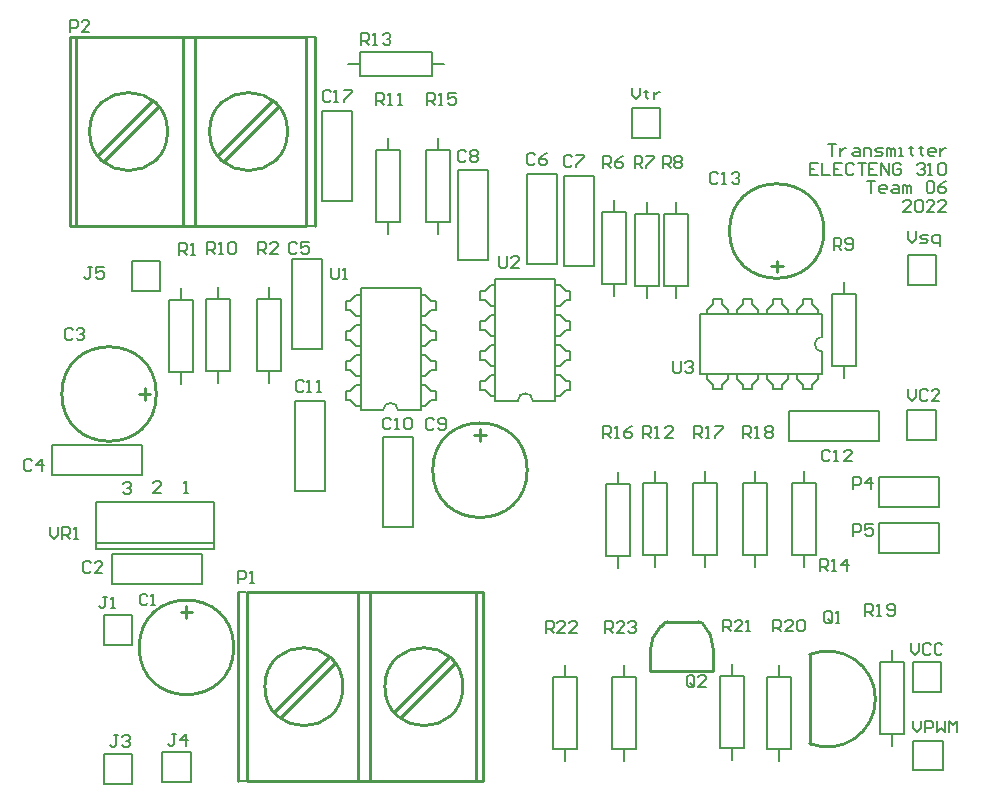
<source format=gto>
G04*
G04 #@! TF.GenerationSoftware,Altium Limited,Altium Designer,22.3.1 (43)*
G04*
G04 Layer_Color=65535*
%FSLAX25Y25*%
%MOIN*%
G70*
G04*
G04 #@! TF.SameCoordinates,DB5E6BC5-2FB0-485C-ACA0-6941E67FB07D*
G04*
G04*
G04 #@! TF.FilePolarity,Positive*
G04*
G01*
G75*
%ADD10C,0.01000*%
%ADD11C,0.00800*%
%ADD12C,0.00787*%
%ADD13C,0.00500*%
%ADD14C,0.00591*%
D10*
X274803Y254331D02*
G03*
X274803Y254331I-15748J0D01*
G01*
X175886Y174606D02*
G03*
X175886Y174606I-15748J0D01*
G01*
X270035Y83478D02*
G03*
X270039Y113211I5917J14866D01*
G01*
X52264Y200000D02*
G03*
X52264Y200000I-15748J0D01*
G01*
X78051Y115551D02*
G03*
X78051Y115551I-15748J0D01*
G01*
X220398Y122610D02*
G03*
X216862Y114075I8535J-8535D01*
G01*
X222569Y124075D02*
G03*
X221362Y123575I0J-1707D01*
G01*
X234327Y123610D02*
G03*
X233205Y124075I-1121J-1121D01*
G01*
X237862Y115075D02*
G03*
X234327Y123610I-12071J0D01*
G01*
X56000Y287500D02*
G03*
X56000Y287500I-13000J0D01*
G01*
X96000D02*
G03*
X96000Y287500I-13000J0D01*
G01*
X154437Y102457D02*
G03*
X154437Y102457I-13000J0D01*
G01*
X114437D02*
G03*
X114437Y102457I-13000J0D01*
G01*
X259055Y240551D02*
Y244488D01*
X257087Y242520D02*
X261024D01*
X158169Y186417D02*
X162106D01*
X160138Y184449D02*
Y188386D01*
X270035Y83478D02*
X270039Y113211D01*
X46358Y200000D02*
X50295D01*
X48327Y198031D02*
Y201969D01*
X62303Y125394D02*
Y129331D01*
X60335Y127362D02*
X64272D01*
X216862Y107575D02*
Y114075D01*
X220398Y122610D02*
X221362Y123575D01*
X222569Y124075D02*
X233205D01*
X237862Y107575D02*
Y115075D01*
X216862Y107575D02*
X237862D01*
X43000Y290000D02*
X51000Y298000D01*
X32500Y279500D02*
X43000Y290000D01*
Y286000D02*
X53000Y296000D01*
X34500Y277500D02*
X43000Y286000D01*
X83000Y290000D02*
X91000Y298000D01*
X72500Y279500D02*
X83000Y290000D01*
Y286000D02*
X93000Y296000D01*
X74500Y277500D02*
X83000Y286000D01*
X23400Y256100D02*
X102100D01*
X23400Y319100D02*
X102100D01*
X105000Y256000D02*
Y319000D01*
X23400Y256100D02*
Y319100D01*
X102100Y256100D02*
Y319100D01*
X61000Y256000D02*
Y319000D01*
X65000Y256000D02*
Y319000D01*
X25500Y256000D02*
Y319000D01*
X133437Y91957D02*
X141437Y99957D01*
X151937Y110457D01*
X131437Y93957D02*
X141437Y103957D01*
X149937Y112457D01*
X93437Y91957D02*
X101437Y99957D01*
X111937Y110457D01*
X91437Y93957D02*
X101437Y103957D01*
X109937Y112457D01*
X82337Y133857D02*
X161037D01*
X82337Y70857D02*
X161037D01*
X79437Y70957D02*
Y133957D01*
X161037Y70857D02*
Y133857D01*
X82337Y70857D02*
Y133857D01*
X123437Y70957D02*
Y133957D01*
X119437Y70957D02*
Y133957D01*
X158937Y70957D02*
Y133957D01*
D11*
X177736Y197736D02*
G03*
X172736Y197736I-2500J0D01*
G01*
X274252Y219094D02*
G03*
X274252Y214094I0J-2500D01*
G01*
X132854Y194547D02*
G03*
X127854Y194547I-2500J0D01*
G01*
X177736Y197736D02*
X185236D01*
X165236D02*
X172736D01*
X274252Y206594D02*
Y214094D01*
Y219094D02*
Y226594D01*
X120354Y194547D02*
X127854D01*
X132854D02*
X140354D01*
D12*
X264307Y170465D02*
X272307D01*
Y146465D02*
Y170465D01*
X264307Y146465D02*
X272307D01*
X264307D02*
Y170465D01*
X268307D02*
Y174465D01*
Y142465D02*
Y146465D01*
X293032Y162323D02*
Y172323D01*
X313032D01*
Y162323D02*
Y172323D01*
X293032Y162323D02*
X313032D01*
X293268Y156968D02*
X313268D01*
X293268Y146968D02*
Y156968D01*
Y146968D02*
X313268D01*
Y156968D01*
X210718Y285227D02*
Y295227D01*
X220167D01*
X210718Y285227D02*
X220167D01*
Y295227D01*
X312183Y236223D02*
Y246223D01*
X302734Y236223D02*
X312183D01*
X302734Y246223D02*
X312183D01*
X302734Y236223D02*
Y246223D01*
X304400Y84206D02*
X314400D01*
Y74757D02*
Y84206D01*
X304400Y74757D02*
Y84206D01*
Y74757D02*
X314400D01*
X312021Y184731D02*
Y194731D01*
X302572Y184731D02*
X312021D01*
X302572Y194731D02*
X312021D01*
X302572Y184731D02*
Y194731D01*
X262992Y194272D02*
X292992D01*
X262992Y184272D02*
Y194272D01*
Y184272D02*
X292992D01*
Y194272D01*
X144087Y305941D02*
Y313941D01*
X120087Y305941D02*
X144087D01*
X120087D02*
Y313941D01*
X144087D01*
Y309941D02*
X148087D01*
X116087D02*
X120087D01*
X68736Y207784D02*
X76736D01*
X68736D02*
Y231784D01*
X76736D01*
Y207784D02*
Y231784D01*
X72736Y203783D02*
Y207784D01*
Y231784D02*
Y235784D01*
X221590Y236130D02*
X229591D01*
X221590D02*
Y260130D01*
X229591D01*
Y236130D02*
Y260130D01*
X225590Y232130D02*
Y236130D01*
Y260130D02*
Y264130D01*
X165315Y238445D02*
X185236D01*
X165236Y197736D02*
Y238366D01*
X185236Y197736D02*
Y238445D01*
X152677Y244508D02*
X162677D01*
X152677D02*
Y274508D01*
X162677D01*
Y244508D02*
Y274508D01*
X34803Y116437D02*
Y126437D01*
X44252D01*
X34803Y116437D02*
X44252D01*
Y126437D01*
X108543Y167835D02*
Y197835D01*
X98543D02*
X108543D01*
X98543Y167835D02*
Y197835D01*
Y167835D02*
X108543D01*
X233543Y226594D02*
X274252D01*
X233622Y206594D02*
X274252D01*
X233543Y206673D02*
Y226594D01*
X60433Y203390D02*
Y207390D01*
Y231390D02*
Y235390D01*
X56433Y207390D02*
Y231390D01*
Y207390D02*
X64433D01*
Y231390D01*
X56433D02*
X64433D01*
X53445Y234390D02*
Y244390D01*
X43996Y234390D02*
X53445D01*
X43996Y244390D02*
X53445D01*
X43996Y234390D02*
Y244390D01*
X37520Y136831D02*
X67520D01*
Y146831D01*
X37520D02*
X67520D01*
X37520Y136831D02*
Y146831D01*
X215846Y232130D02*
Y236130D01*
Y260130D02*
Y264130D01*
X211846Y236130D02*
Y260130D01*
Y236130D02*
X219847D01*
Y260130D01*
X211846D02*
X219847D01*
X313779Y100630D02*
Y110630D01*
X304331Y100630D02*
X313779D01*
X304331Y110630D02*
X313779D01*
X304331Y100630D02*
Y110630D01*
X259736Y77803D02*
Y81803D01*
Y105803D02*
Y109803D01*
X255736Y81803D02*
Y105803D01*
Y81803D02*
X263736D01*
Y105803D01*
X255736D02*
X263736D01*
X243996Y77898D02*
Y81898D01*
Y105898D02*
Y109898D01*
X239996Y81898D02*
Y105898D01*
Y81898D02*
X247996D01*
Y105898D01*
X239996D02*
X247996D01*
X208295Y77803D02*
Y81803D01*
Y105803D02*
Y109803D01*
X204295Y81803D02*
Y105803D01*
Y81803D02*
X212295D01*
Y105803D01*
X204295D02*
X212295D01*
X188583Y77701D02*
Y81701D01*
Y105701D02*
Y109701D01*
X184583Y81701D02*
Y105701D01*
Y81701D02*
X192583D01*
Y105701D01*
X184583D02*
X192583D01*
X218406Y142366D02*
Y146366D01*
Y170366D02*
Y174366D01*
X214405Y146366D02*
Y170366D01*
Y146366D02*
X222406D01*
Y170366D01*
X214405D02*
X222406D01*
X206004Y170169D02*
Y174169D01*
Y142169D02*
Y146169D01*
X210004D02*
Y170169D01*
X202004D02*
X210004D01*
X202004Y146169D02*
Y170169D01*
Y146169D02*
X210004D01*
X63681Y70709D02*
Y80709D01*
X54232Y70709D02*
X63681D01*
X54232Y80709D02*
X63681D01*
X54232Y70709D02*
Y80709D01*
X44193Y70118D02*
Y80118D01*
X34744Y70118D02*
X44193D01*
X34744Y80118D02*
X44193D01*
X34744Y70118D02*
Y80118D01*
X297342Y82819D02*
Y86819D01*
Y110819D02*
Y114819D01*
X293342Y86819D02*
Y110819D01*
Y86819D02*
X301343D01*
Y110819D01*
X293342D02*
X301343D01*
X107559Y214862D02*
Y244862D01*
X97559D02*
X107559D01*
X97559Y214862D02*
Y244862D01*
Y214862D02*
X107559D01*
X102200Y319000D02*
X105000D01*
X102200Y256000D02*
X105000D01*
X281496Y205457D02*
Y209457D01*
Y233457D02*
Y237457D01*
X277496Y209457D02*
Y233457D01*
Y209457D02*
X285496D01*
Y233457D01*
X277496D02*
X285496D01*
X137874Y155532D02*
Y185531D01*
X127874D02*
X137874D01*
X127874Y155532D02*
Y185531D01*
Y155532D02*
X137874D01*
X140354Y194547D02*
Y235256D01*
X120354Y194547D02*
Y235177D01*
X120433Y235256D02*
X140354D01*
X129429Y281488D02*
Y285488D01*
Y253488D02*
Y257488D01*
X133429D02*
Y281488D01*
X125429D02*
X133429D01*
X125429Y257488D02*
Y281488D01*
Y257488D02*
X133429D01*
X40905Y163976D02*
X71614D01*
Y149606D02*
Y163976D01*
X32244D02*
X67677D01*
X32244Y148228D02*
Y163976D01*
Y148228D02*
X71614D01*
Y163976D01*
X32244Y150197D02*
X71417D01*
X17343Y173051D02*
X47343D01*
Y183051D01*
X17343D02*
X47343D01*
X17343Y173051D02*
Y183051D01*
X198110Y242736D02*
Y272736D01*
X188110D02*
X198110D01*
X188110Y242736D02*
Y272736D01*
Y242736D02*
X198110D01*
X204921Y260524D02*
Y264524D01*
Y232524D02*
Y236524D01*
X208921D02*
Y260524D01*
X200921D02*
X208921D01*
X200921Y236524D02*
Y260524D01*
Y236524D02*
X208921D01*
X185709Y243425D02*
Y273425D01*
X175709D02*
X185709D01*
X175709Y243425D02*
Y273425D01*
Y243425D02*
X185709D01*
X79437Y70957D02*
X82237D01*
X79437Y133957D02*
X82237D01*
X89862Y231685D02*
Y235685D01*
Y203685D02*
Y207685D01*
X93862D02*
Y231685D01*
X85862D02*
X93862D01*
X85862Y207685D02*
Y231685D01*
Y207685D02*
X93862D01*
X235236Y142268D02*
Y146268D01*
Y170268D02*
Y174268D01*
X231236Y146268D02*
Y170268D01*
Y146268D02*
X239236D01*
Y170268D01*
X231236D02*
X239236D01*
X251673Y142366D02*
Y146366D01*
Y170366D02*
Y174366D01*
X247673Y146366D02*
Y170366D01*
Y146366D02*
X255673D01*
Y170366D01*
X247673D02*
X255673D01*
X107500Y264500D02*
Y294500D01*
Y264500D02*
X117500D01*
Y294500D01*
X107500D02*
X117500D01*
X146161Y281488D02*
Y285488D01*
Y253488D02*
Y257488D01*
X150161D02*
Y281488D01*
X142161D02*
X150161D01*
X142161Y257488D02*
Y281488D01*
Y257488D02*
X150161D01*
D13*
X188736Y204236D02*
X190236D01*
X185236Y206236D02*
X186736D01*
X188736Y201236D02*
X190236D01*
X185236Y199236D02*
X186736D01*
X188736Y214236D02*
X190236D01*
X185236Y216236D02*
X186736D01*
X188736Y211236D02*
X190236D01*
X185236Y209236D02*
X186736D01*
X188736Y224236D02*
X190236D01*
X185236Y226236D02*
X186736D01*
X188736Y221236D02*
X190236D01*
X185236Y219236D02*
X186736D01*
X188736Y234236D02*
X190236D01*
X185236Y236236D02*
X186736D01*
X188736Y231236D02*
X190236D01*
X185236Y229236D02*
X186736D01*
X160236Y204236D02*
X161736D01*
X163736Y206236D02*
X165236D01*
X160236Y201236D02*
X161736D01*
X163736Y199236D02*
X165236D01*
X160236Y214236D02*
X161736D01*
X163736Y216236D02*
X165236D01*
X160236Y211236D02*
X161736D01*
X163736Y209236D02*
X165236D01*
X160236Y224236D02*
X161736D01*
X163736Y226236D02*
X165236D01*
X160236Y221236D02*
X161736D01*
X163736Y219236D02*
X165236D01*
X160236Y234236D02*
X161736D01*
X163736Y236236D02*
X165236D01*
X160236Y231236D02*
X161736D01*
X163736Y229236D02*
X165236D01*
X190236Y201236D02*
Y204236D01*
Y211236D02*
Y214236D01*
Y221236D02*
Y224236D01*
Y231236D02*
Y234236D01*
X160236Y201236D02*
Y204236D01*
Y211236D02*
Y214236D01*
Y221236D02*
Y224236D01*
Y231236D02*
Y234236D01*
X186736Y199236D02*
X188736Y201236D01*
X186736Y209236D02*
X188736Y211236D01*
X186736Y219236D02*
X188736Y221236D01*
X186736Y229236D02*
X188736Y231236D01*
X161736Y204236D02*
X163736Y206236D01*
X161736Y214236D02*
X163736Y216236D01*
X161736Y224236D02*
X163736Y226236D01*
X161736Y234236D02*
X163736Y236236D01*
X186736Y206236D02*
X188736Y204236D01*
X186736Y216236D02*
X188736Y214236D01*
X186736Y226236D02*
X188736Y224236D01*
X186736Y236236D02*
X188736Y234236D01*
X161736Y201236D02*
X163736Y199236D01*
X161736Y211236D02*
X163736Y209236D01*
X161736Y221236D02*
X163736Y219236D01*
X161736Y231236D02*
X163736Y229236D01*
X240752Y203095D02*
X242752Y205095D01*
X250752Y203095D02*
X252752Y205095D01*
X260752Y203095D02*
X262752Y205095D01*
X270752Y203095D02*
X272752Y205095D01*
X235752Y228095D02*
X237752Y230095D01*
X245752Y228095D02*
X247752Y230095D01*
X255752Y228095D02*
X257752Y230095D01*
X265752Y228095D02*
X267752Y230095D01*
X235752Y205095D02*
X237752Y203095D01*
X245752Y205095D02*
X247752Y203095D01*
X255752Y205095D02*
X257752Y203095D01*
X265752Y205095D02*
X267752Y203095D01*
X240752Y230095D02*
X242752Y228095D01*
X250752Y230095D02*
X252752Y228095D01*
X260752Y230095D02*
X262752Y228095D01*
X270752Y230095D02*
X272752Y228095D01*
X237752Y201594D02*
X240752D01*
X247752D02*
X250752D01*
X257752D02*
X260752D01*
X267752D02*
X270752D01*
X237752Y231594D02*
X240752D01*
X247752D02*
X250752D01*
X257752D02*
X260752D01*
X267752D02*
X270752D01*
X242752Y205095D02*
Y206594D01*
X240752Y201594D02*
Y203095D01*
X235752Y205095D02*
Y206594D01*
X237752Y201594D02*
Y203095D01*
X252752Y205095D02*
Y206594D01*
X250752Y201594D02*
Y203095D01*
X245752Y205095D02*
Y206594D01*
X247752Y201594D02*
Y203095D01*
X262752Y205095D02*
Y206594D01*
X260752Y201594D02*
Y203095D01*
X255752Y205095D02*
Y206594D01*
X257752Y201594D02*
Y203095D01*
X272752Y205095D02*
Y206594D01*
X270752Y201594D02*
Y203095D01*
X265752Y205095D02*
Y206594D01*
X267752Y201594D02*
Y203095D01*
X242752Y226594D02*
Y228095D01*
X240752Y230095D02*
Y231594D01*
X235752Y226594D02*
Y228095D01*
X237752Y230095D02*
Y231594D01*
X252752Y226594D02*
Y228095D01*
X250752Y230095D02*
Y231594D01*
X245752Y226594D02*
Y228095D01*
X247752Y230095D02*
Y231594D01*
X262752Y226594D02*
Y228095D01*
X260752Y230095D02*
Y231594D01*
X255752Y226594D02*
Y228095D01*
X257752Y230095D02*
Y231594D01*
X272752Y226594D02*
Y228095D01*
X270752Y230095D02*
Y231594D01*
X265752Y226594D02*
Y228095D01*
X267752Y230095D02*
Y231594D01*
X116854Y228047D02*
X118854Y226047D01*
X116854Y218047D02*
X118854Y216047D01*
X116854Y208047D02*
X118854Y206047D01*
X116854Y198047D02*
X118854Y196047D01*
X141854Y233047D02*
X143854Y231047D01*
X141854Y223047D02*
X143854Y221047D01*
X141854Y213047D02*
X143854Y211047D01*
X141854Y203047D02*
X143854Y201047D01*
X116854Y231047D02*
X118854Y233047D01*
X116854Y221047D02*
X118854Y223047D01*
X116854Y211047D02*
X118854Y213047D01*
X116854Y201047D02*
X118854Y203047D01*
X141854Y226047D02*
X143854Y228047D01*
X141854Y216047D02*
X143854Y218047D01*
X141854Y206047D02*
X143854Y208047D01*
X141854Y196047D02*
X143854Y198047D01*
X115354Y228047D02*
Y231047D01*
Y218047D02*
Y221047D01*
Y208047D02*
Y211047D01*
Y198047D02*
Y201047D01*
X145354Y228047D02*
Y231047D01*
Y218047D02*
Y221047D01*
Y208047D02*
Y211047D01*
Y198047D02*
Y201047D01*
X118854Y226047D02*
X120354D01*
X115354Y228047D02*
X116854D01*
X118854Y233047D02*
X120354D01*
X115354Y231047D02*
X116854D01*
X118854Y216047D02*
X120354D01*
X115354Y218047D02*
X116854D01*
X118854Y223047D02*
X120354D01*
X115354Y221047D02*
X116854D01*
X118854Y206047D02*
X120354D01*
X115354Y208047D02*
X116854D01*
X118854Y213047D02*
X120354D01*
X115354Y211047D02*
X116854D01*
X118854Y196047D02*
X120354D01*
X115354Y198047D02*
X116854D01*
X118854Y203047D02*
X120354D01*
X115354Y201047D02*
X116854D01*
X140354Y226047D02*
X141854D01*
X143854Y228047D02*
X145354D01*
X140354Y233047D02*
X141854D01*
X143854Y231047D02*
X145354D01*
X140354Y216047D02*
X141854D01*
X143854Y218047D02*
X145354D01*
X140354Y223047D02*
X141854D01*
X143854Y221047D02*
X145354D01*
X140354Y206047D02*
X141854D01*
X143854Y208047D02*
X145354D01*
X140354Y213047D02*
X141854D01*
X143854Y211047D02*
X145354D01*
X140354Y196047D02*
X141854D01*
X143854Y198047D02*
X145354D01*
X140354Y203047D02*
X141854D01*
X143854Y201047D02*
X145354D01*
D14*
X276194Y283183D02*
X278818D01*
X277506D01*
Y279247D01*
X280130Y281871D02*
Y279247D01*
Y280559D01*
X280785Y281215D01*
X281441Y281871D01*
X282097D01*
X284721D02*
X286033D01*
X286689Y281215D01*
Y279247D01*
X284721D01*
X284065Y279903D01*
X284721Y280559D01*
X286689D01*
X288001Y279247D02*
Y281871D01*
X289969D01*
X290625Y281215D01*
Y279247D01*
X291937D02*
X293905D01*
X294561Y279903D01*
X293905Y280559D01*
X292593D01*
X291937Y281215D01*
X292593Y281871D01*
X294561D01*
X295872Y279247D02*
Y281871D01*
X296529D01*
X297184Y281215D01*
Y279247D01*
Y281215D01*
X297840Y281871D01*
X298496Y281215D01*
Y279247D01*
X299808D02*
X301120D01*
X300464D01*
Y281871D01*
X299808D01*
X303744Y282527D02*
Y281871D01*
X303088D01*
X304400D01*
X303744D01*
Y279903D01*
X304400Y279247D01*
X307024Y282527D02*
Y281871D01*
X306368D01*
X307680D01*
X307024D01*
Y279903D01*
X307680Y279247D01*
X311615D02*
X310303D01*
X309648Y279903D01*
Y281215D01*
X310303Y281871D01*
X311615D01*
X312271Y281215D01*
Y280559D01*
X309648D01*
X313583Y281871D02*
Y279247D01*
Y280559D01*
X314239Y281215D01*
X314895Y281871D01*
X315551D01*
X272914Y277043D02*
X270290D01*
Y273107D01*
X272914D01*
X270290Y275075D02*
X271602D01*
X274226Y277043D02*
Y273107D01*
X276850D01*
X280785Y277043D02*
X278162D01*
Y273107D01*
X280785D01*
X278162Y275075D02*
X279474D01*
X284721Y276387D02*
X284065Y277043D01*
X282753D01*
X282097Y276387D01*
Y273763D01*
X282753Y273107D01*
X284065D01*
X284721Y273763D01*
X286033Y277043D02*
X288657D01*
X287345D01*
Y273107D01*
X292593Y277043D02*
X289969D01*
Y273107D01*
X292593D01*
X289969Y275075D02*
X291281D01*
X293905Y273107D02*
Y277043D01*
X296529Y273107D01*
Y277043D01*
X300464Y276387D02*
X299808Y277043D01*
X298496D01*
X297840Y276387D01*
Y273763D01*
X298496Y273107D01*
X299808D01*
X300464Y273763D01*
Y275075D01*
X299152D01*
X305712Y276387D02*
X306368Y277043D01*
X307680D01*
X308336Y276387D01*
Y275731D01*
X307680Y275075D01*
X307024D01*
X307680D01*
X308336Y274419D01*
Y273763D01*
X307680Y273107D01*
X306368D01*
X305712Y273763D01*
X309648Y273107D02*
X310960D01*
X310303D01*
Y277043D01*
X309648Y276387D01*
X312927D02*
X313583Y277043D01*
X314895D01*
X315551Y276387D01*
Y273763D01*
X314895Y273107D01*
X313583D01*
X312927Y273763D01*
Y276387D01*
X289313Y270903D02*
X291937D01*
X290625D01*
Y266967D01*
X295216D02*
X293905D01*
X293249Y267623D01*
Y268935D01*
X293905Y269591D01*
X295216D01*
X295872Y268935D01*
Y268279D01*
X293249D01*
X297840Y269591D02*
X299152D01*
X299808Y268935D01*
Y266967D01*
X297840D01*
X297184Y267623D01*
X297840Y268279D01*
X299808D01*
X301120Y266967D02*
Y269591D01*
X301776D01*
X302432Y268935D01*
Y266967D01*
Y268935D01*
X303088Y269591D01*
X303744Y268935D01*
Y266967D01*
X308992Y270247D02*
X309648Y270903D01*
X310960D01*
X311615Y270247D01*
Y267623D01*
X310960Y266967D01*
X309648D01*
X308992Y267623D01*
Y270247D01*
X315551Y270903D02*
X314239Y270247D01*
X312927Y268935D01*
Y267623D01*
X313583Y266967D01*
X314895D01*
X315551Y267623D01*
Y268279D01*
X314895Y268935D01*
X312927D01*
X303744Y260827D02*
X301120D01*
X303744Y263451D01*
Y264106D01*
X303088Y264762D01*
X301776D01*
X301120Y264106D01*
X305056D02*
X305712Y264762D01*
X307024D01*
X307680Y264106D01*
Y261483D01*
X307024Y260827D01*
X305712D01*
X305056Y261483D01*
Y264106D01*
X311615Y260827D02*
X308992D01*
X311615Y263451D01*
Y264106D01*
X310960Y264762D01*
X309648D01*
X308992Y264106D01*
X315551Y260827D02*
X312927D01*
X315551Y263451D01*
Y264106D01*
X314895Y264762D01*
X313583D01*
X312927Y264106D01*
X273427Y140945D02*
Y144881D01*
X275395D01*
X276051Y144225D01*
Y142913D01*
X275395Y142257D01*
X273427D01*
X274739D02*
X276051Y140945D01*
X277362D02*
X278674D01*
X278018D01*
Y144881D01*
X277362Y144225D01*
X282610Y140945D02*
Y144881D01*
X280642Y142913D01*
X283266D01*
X284516Y168505D02*
Y172440D01*
X286483D01*
X287139Y171784D01*
Y170472D01*
X286483Y169817D01*
X284516D01*
X290419Y168505D02*
Y172440D01*
X288451Y170472D01*
X291075D01*
X284516Y152757D02*
Y156692D01*
X286483D01*
X287139Y156036D01*
Y154724D01*
X286483Y154069D01*
X284516D01*
X291075Y156692D02*
X288451D01*
Y154724D01*
X289763Y155380D01*
X290419D01*
X291075Y154724D01*
Y153412D01*
X290419Y152757D01*
X289107D01*
X288451Y153412D01*
X210900Y302136D02*
Y299512D01*
X212212Y298200D01*
X213524Y299512D01*
Y302136D01*
X215492Y301480D02*
Y300824D01*
X214836D01*
X216148D01*
X215492D01*
Y298856D01*
X216148Y298200D01*
X218115Y300824D02*
Y298200D01*
Y299512D01*
X218772Y300168D01*
X219427Y300824D01*
X220083D01*
X302900Y254436D02*
Y251812D01*
X304212Y250500D01*
X305524Y251812D01*
Y254436D01*
X306836Y250500D02*
X308804D01*
X309460Y251156D01*
X308804Y251812D01*
X307492D01*
X306836Y252468D01*
X307492Y253124D01*
X309460D01*
X313395Y249188D02*
Y253124D01*
X311427D01*
X310771Y252468D01*
Y251156D01*
X311427Y250500D01*
X313395D01*
X304600Y91136D02*
Y88512D01*
X305912Y87200D01*
X307224Y88512D01*
Y91136D01*
X308536Y87200D02*
Y91136D01*
X310504D01*
X311160Y90480D01*
Y89168D01*
X310504Y88512D01*
X308536D01*
X312472Y91136D02*
Y87200D01*
X313783Y88512D01*
X315095Y87200D01*
Y91136D01*
X316407Y87200D02*
Y91136D01*
X317719Y89824D01*
X319031Y91136D01*
Y87200D01*
X302800Y201636D02*
Y199012D01*
X304112Y197700D01*
X305424Y199012D01*
Y201636D01*
X309360Y200980D02*
X308704Y201636D01*
X307392D01*
X306736Y200980D01*
Y198356D01*
X307392Y197700D01*
X308704D01*
X309360Y198356D01*
X313295Y197700D02*
X310671D01*
X313295Y200324D01*
Y200980D01*
X312639Y201636D01*
X311327D01*
X310671Y200980D01*
X239436Y273359D02*
X238780Y274015D01*
X237469D01*
X236813Y273359D01*
Y270735D01*
X237469Y270079D01*
X238780D01*
X239436Y270735D01*
X240748Y270079D02*
X242060D01*
X241404D01*
Y274015D01*
X240748Y273359D01*
X244028D02*
X244684Y274015D01*
X245996D01*
X246652Y273359D01*
Y272703D01*
X245996Y272047D01*
X245340D01*
X245996D01*
X246652Y271391D01*
Y270735D01*
X245996Y270079D01*
X244684D01*
X244028Y270735D01*
X276838Y180840D02*
X276182Y181495D01*
X274870D01*
X274214Y180840D01*
Y178216D01*
X274870Y177560D01*
X276182D01*
X276838Y178216D01*
X278150Y177560D02*
X279462D01*
X278806D01*
Y181495D01*
X278150Y180840D01*
X284053Y177560D02*
X281430D01*
X284053Y180183D01*
Y180840D01*
X283398Y181495D01*
X282086D01*
X281430Y180840D01*
X224574Y210925D02*
Y207645D01*
X225231Y206989D01*
X226542D01*
X227198Y207645D01*
Y210925D01*
X228510Y210269D02*
X229166Y210925D01*
X230478D01*
X231134Y210269D01*
Y209613D01*
X230478Y208957D01*
X229822D01*
X230478D01*
X231134Y208301D01*
Y207645D01*
X230478Y206989D01*
X229166D01*
X228510Y207645D01*
X278019Y248131D02*
Y252066D01*
X279987D01*
X280643Y251410D01*
Y250098D01*
X279987Y249443D01*
X278019D01*
X279331D02*
X280643Y248131D01*
X281955Y248786D02*
X282611Y248131D01*
X283923D01*
X284579Y248786D01*
Y251410D01*
X283923Y252066D01*
X282611D01*
X281955Y251410D01*
Y250754D01*
X282611Y250098D01*
X284579D01*
X120474Y316241D02*
Y320177D01*
X122442D01*
X123098Y319521D01*
Y318209D01*
X122442Y317553D01*
X120474D01*
X121786D02*
X123098Y316241D01*
X124410D02*
X125722D01*
X125066D01*
Y320177D01*
X124410Y319521D01*
X127690D02*
X128346Y320177D01*
X129657D01*
X130313Y319521D01*
Y318865D01*
X129657Y318209D01*
X129001D01*
X129657D01*
X130313Y317553D01*
Y316897D01*
X129657Y316241D01*
X128346D01*
X127690Y316897D01*
X23393Y320768D02*
Y324704D01*
X25361D01*
X26017Y324048D01*
Y322736D01*
X25361Y322080D01*
X23393D01*
X29953Y320768D02*
X27329D01*
X29953Y323392D01*
Y324048D01*
X29297Y324704D01*
X27985D01*
X27329Y324048D01*
X99147Y250032D02*
X98491Y250688D01*
X97179D01*
X96523Y250032D01*
Y247409D01*
X97179Y246753D01*
X98491D01*
X99147Y247409D01*
X103083Y250688D02*
X100459D01*
Y248721D01*
X101771Y249376D01*
X102427D01*
X103083Y248721D01*
Y247409D01*
X102427Y246753D01*
X101115D01*
X100459Y247409D01*
X69096Y246753D02*
Y250688D01*
X71064D01*
X71720Y250032D01*
Y248721D01*
X71064Y248064D01*
X69096D01*
X70408D02*
X71720Y246753D01*
X73032D02*
X74344D01*
X73688D01*
Y250688D01*
X73032Y250032D01*
X76312D02*
X76968Y250688D01*
X78280D01*
X78935Y250032D01*
Y247409D01*
X78280Y246753D01*
X76968D01*
X76312Y247409D01*
Y250032D01*
X59876Y246457D02*
Y250393D01*
X61844D01*
X62500Y249737D01*
Y248425D01*
X61844Y247769D01*
X59876D01*
X61188D02*
X62500Y246457D01*
X63812D02*
X65124D01*
X64468D01*
Y250393D01*
X63812Y249737D01*
X10860Y177591D02*
X10204Y178247D01*
X8892D01*
X8236Y177591D01*
Y174968D01*
X8892Y174312D01*
X10204D01*
X10860Y174968D01*
X14140Y174312D02*
Y178247D01*
X12172Y176279D01*
X14796D01*
X24344Y221391D02*
X23688Y222047D01*
X22376D01*
X21720Y221391D01*
Y218767D01*
X22376Y218111D01*
X23688D01*
X24344Y218767D01*
X25656Y221391D02*
X26312Y222047D01*
X27624D01*
X28280Y221391D01*
Y220735D01*
X27624Y220079D01*
X26968D01*
X27624D01*
X28280Y219423D01*
Y218767D01*
X27624Y218111D01*
X26312D01*
X25656Y218767D01*
X58891Y86712D02*
X57579D01*
X58235D01*
Y83432D01*
X57579Y82776D01*
X56923D01*
X56267Y83432D01*
X62171Y82776D02*
Y86712D01*
X60203Y84744D01*
X62827D01*
X39502Y86417D02*
X38190D01*
X38846D01*
Y83137D01*
X38190Y82481D01*
X37534D01*
X36878Y83137D01*
X40813Y85761D02*
X41469Y86417D01*
X42781D01*
X43437Y85761D01*
Y85105D01*
X42781Y84449D01*
X42125D01*
X42781D01*
X43437Y83793D01*
Y83137D01*
X42781Y82481D01*
X41469D01*
X40813Y83137D01*
X35728Y132480D02*
X34416D01*
X35072D01*
Y129200D01*
X34416Y128544D01*
X33760D01*
X33105Y129200D01*
X37040Y128544D02*
X38352D01*
X37696D01*
Y132480D01*
X37040Y131824D01*
X221031Y275394D02*
Y279330D01*
X222999D01*
X223655Y278674D01*
Y277362D01*
X222999Y276706D01*
X221031D01*
X222343D02*
X223655Y275394D01*
X224967Y278674D02*
X225623Y279330D01*
X226935D01*
X227591Y278674D01*
Y278018D01*
X226935Y277362D01*
X227591Y276706D01*
Y276050D01*
X226935Y275394D01*
X225623D01*
X224967Y276050D01*
Y276706D01*
X225623Y277362D01*
X224967Y278018D01*
Y278674D01*
X225623Y277362D02*
X226935D01*
X61614Y167028D02*
X62926D01*
X62270D01*
Y170963D01*
X61614Y170307D01*
X53903Y167126D02*
X51279D01*
X53903Y169750D01*
Y170406D01*
X53247Y171062D01*
X51935D01*
X51279Y170406D01*
X41043Y170110D02*
X41699Y170766D01*
X43011D01*
X43667Y170110D01*
Y169455D01*
X43011Y168799D01*
X42355D01*
X43011D01*
X43667Y168143D01*
Y167487D01*
X43011Y166831D01*
X41699D01*
X41043Y167487D01*
X101324Y204080D02*
X100668Y204736D01*
X99356D01*
X98700Y204080D01*
Y201456D01*
X99356Y200800D01*
X100668D01*
X101324Y201456D01*
X102636Y200800D02*
X103948D01*
X103292D01*
Y204736D01*
X102636Y204080D01*
X105915Y200800D02*
X107227D01*
X106571D01*
Y204736D01*
X105915Y204080D01*
X231627Y102920D02*
Y105544D01*
X230972Y106200D01*
X229660D01*
X229004Y105544D01*
Y102920D01*
X229660Y102264D01*
X230972D01*
X230316Y103576D02*
X231627Y102264D01*
X230972D02*
X231627Y102920D01*
X235563Y102264D02*
X232939D01*
X235563Y104888D01*
Y105544D01*
X234907Y106200D01*
X233595D01*
X232939Y105544D01*
X16963Y155708D02*
Y153084D01*
X18275Y151772D01*
X19587Y153084D01*
Y155708D01*
X20899Y151772D02*
Y155708D01*
X22867D01*
X23523Y155052D01*
Y153740D01*
X22867Y153084D01*
X20899D01*
X22211D02*
X23523Y151772D01*
X24835D02*
X26147D01*
X25491D01*
Y155708D01*
X24835Y155052D01*
X166504Y246062D02*
Y242783D01*
X167160Y242127D01*
X168472D01*
X169128Y242783D01*
Y246062D01*
X173063Y242127D02*
X170439D01*
X173063Y244750D01*
Y245406D01*
X172407Y246062D01*
X171095D01*
X170439Y245406D01*
X110500Y242136D02*
Y238856D01*
X111156Y238200D01*
X112468D01*
X113124Y238856D01*
Y242136D01*
X114436Y238200D02*
X115748D01*
X115092D01*
Y242136D01*
X114436Y241480D01*
X201744Y120361D02*
Y124297D01*
X203712D01*
X204368Y123641D01*
Y122329D01*
X203712Y121673D01*
X201744D01*
X203056D02*
X204368Y120361D01*
X208304D02*
X205680D01*
X208304Y122985D01*
Y123641D01*
X207648Y124297D01*
X206336D01*
X205680Y123641D01*
X209616D02*
X210272Y124297D01*
X211584D01*
X212240Y123641D01*
Y122985D01*
X211584Y122329D01*
X210928D01*
X211584D01*
X212240Y121673D01*
Y121017D01*
X211584Y120361D01*
X210272D01*
X209616Y121017D01*
X182044Y120261D02*
Y124197D01*
X184012D01*
X184668Y123541D01*
Y122229D01*
X184012Y121573D01*
X182044D01*
X183356D02*
X184668Y120261D01*
X188604D02*
X185980D01*
X188604Y122885D01*
Y123541D01*
X187948Y124197D01*
X186636D01*
X185980Y123541D01*
X192540Y120261D02*
X189916D01*
X192540Y122885D01*
Y123541D01*
X191884Y124197D01*
X190572D01*
X189916Y123541D01*
X241078Y120867D02*
Y124802D01*
X243045D01*
X243701Y124147D01*
Y122835D01*
X243045Y122179D01*
X241078D01*
X242389D02*
X243701Y120867D01*
X247637D02*
X245013D01*
X247637Y123491D01*
Y124147D01*
X246981Y124802D01*
X245669D01*
X245013Y124147D01*
X248949Y120867D02*
X250261D01*
X249605D01*
Y124802D01*
X248949Y124147D01*
X257869Y120853D02*
Y124789D01*
X259837D01*
X260492Y124133D01*
Y122821D01*
X259837Y122165D01*
X257869D01*
X259181D02*
X260492Y120853D01*
X264428D02*
X261804D01*
X264428Y123477D01*
Y124133D01*
X263772Y124789D01*
X262460D01*
X261804Y124133D01*
X265740D02*
X266396Y124789D01*
X267708D01*
X268364Y124133D01*
Y121509D01*
X267708Y120853D01*
X266396D01*
X265740Y121509D01*
Y124133D01*
X288486Y126083D02*
Y130019D01*
X290454D01*
X291110Y129363D01*
Y128051D01*
X290454Y127395D01*
X288486D01*
X289798D02*
X291110Y126083D01*
X292422D02*
X293734D01*
X293077D01*
Y130019D01*
X292422Y129363D01*
X295701Y126739D02*
X296357Y126083D01*
X297669D01*
X298325Y126739D01*
Y129363D01*
X297669Y130019D01*
X296357D01*
X295701Y129363D01*
Y128707D01*
X296357Y128051D01*
X298325D01*
X247900Y185400D02*
Y189336D01*
X249868D01*
X250524Y188680D01*
Y187368D01*
X249868Y186712D01*
X247900D01*
X249212D02*
X250524Y185400D01*
X251836D02*
X253148D01*
X252492D01*
Y189336D01*
X251836Y188680D01*
X255116D02*
X255771Y189336D01*
X257083D01*
X257739Y188680D01*
Y188024D01*
X257083Y187368D01*
X257739Y186712D01*
Y186056D01*
X257083Y185400D01*
X255771D01*
X255116Y186056D01*
Y186712D01*
X255771Y187368D01*
X255116Y188024D01*
Y188680D01*
X255771Y187368D02*
X257083D01*
X231400Y185300D02*
Y189236D01*
X233368D01*
X234024Y188580D01*
Y187268D01*
X233368Y186612D01*
X231400D01*
X232712D02*
X234024Y185300D01*
X235336D02*
X236648D01*
X235992D01*
Y189236D01*
X235336Y188580D01*
X238615Y189236D02*
X241239D01*
Y188580D01*
X238615Y185956D01*
Y185300D01*
X201084Y185335D02*
Y189271D01*
X203052D01*
X203708Y188615D01*
Y187303D01*
X203052Y186647D01*
X201084D01*
X202396D02*
X203708Y185335D01*
X205020D02*
X206332D01*
X205676D01*
Y189271D01*
X205020Y188615D01*
X210924Y189271D02*
X209612Y188615D01*
X208300Y187303D01*
Y185991D01*
X208956Y185335D01*
X210268D01*
X210924Y185991D01*
Y186647D01*
X210268Y187303D01*
X208300D01*
X142400Y296500D02*
Y300436D01*
X144368D01*
X145024Y299780D01*
Y298468D01*
X144368Y297812D01*
X142400D01*
X143712D02*
X145024Y296500D01*
X146336D02*
X147648D01*
X146992D01*
Y300436D01*
X146336Y299780D01*
X152239Y300436D02*
X149616D01*
Y298468D01*
X150927Y299124D01*
X151583D01*
X152239Y298468D01*
Y297156D01*
X151583Y296500D01*
X150271D01*
X149616Y297156D01*
X214600Y185400D02*
Y189336D01*
X216568D01*
X217224Y188680D01*
Y187368D01*
X216568Y186712D01*
X214600D01*
X215912D02*
X217224Y185400D01*
X218536D02*
X219848D01*
X219192D01*
Y189336D01*
X218536Y188680D01*
X224439Y185400D02*
X221815D01*
X224439Y188024D01*
Y188680D01*
X223783Y189336D01*
X222471D01*
X221815Y188680D01*
X125600Y296500D02*
Y300436D01*
X127568D01*
X128224Y299780D01*
Y298468D01*
X127568Y297812D01*
X125600D01*
X126912D02*
X128224Y296500D01*
X129536D02*
X130848D01*
X130192D01*
Y300436D01*
X129536Y299780D01*
X132816Y296500D02*
X134127D01*
X133472D01*
Y300436D01*
X132816Y299780D01*
X211681Y275485D02*
Y279421D01*
X213649D01*
X214305Y278765D01*
Y277453D01*
X213649Y276797D01*
X211681D01*
X212993D02*
X214305Y275485D01*
X215617Y279421D02*
X218240D01*
Y278765D01*
X215617Y276141D01*
Y275485D01*
X201100Y275500D02*
Y279436D01*
X203068D01*
X203724Y278780D01*
Y277468D01*
X203068Y276812D01*
X201100D01*
X202412D02*
X203724Y275500D01*
X207660Y279436D02*
X206348Y278780D01*
X205036Y277468D01*
Y276156D01*
X205692Y275500D01*
X207004D01*
X207660Y276156D01*
Y276812D01*
X207004Y277468D01*
X205036D01*
X86100Y246700D02*
Y250636D01*
X88068D01*
X88724Y249980D01*
Y248668D01*
X88068Y248012D01*
X86100D01*
X87412D02*
X88724Y246700D01*
X92660D02*
X90036D01*
X92660Y249324D01*
Y249980D01*
X92004Y250636D01*
X90692D01*
X90036Y249980D01*
X277362Y124279D02*
Y126902D01*
X276706Y127558D01*
X275394D01*
X274738Y126902D01*
Y124279D01*
X275394Y123623D01*
X276706D01*
X276050Y124935D02*
X277362Y123623D01*
X276706D02*
X277362Y124279D01*
X278674Y123623D02*
X279986D01*
X279330D01*
Y127558D01*
X278674Y126902D01*
X79500Y137000D02*
Y140936D01*
X81468D01*
X82124Y140280D01*
Y138968D01*
X81468Y138312D01*
X79500D01*
X83436Y137000D02*
X84748D01*
X84092D01*
Y140936D01*
X83436Y140280D01*
X30840Y242224D02*
X29528D01*
X30184D01*
Y238944D01*
X29528Y238288D01*
X28872D01*
X28216Y238944D01*
X34776Y242224D02*
X32152D01*
Y240256D01*
X33464Y240912D01*
X34120D01*
X34776Y240256D01*
Y238944D01*
X34120Y238288D01*
X32808D01*
X32152Y238944D01*
X303807Y116929D02*
Y114305D01*
X305119Y112993D01*
X306431Y114305D01*
Y116929D01*
X310367Y116272D02*
X309711Y116929D01*
X308399D01*
X307743Y116272D01*
Y113649D01*
X308399Y112993D01*
X309711D01*
X310367Y113649D01*
X314303Y116272D02*
X313647Y116929D01*
X312335D01*
X311679Y116272D01*
Y113649D01*
X312335Y112993D01*
X313647D01*
X314303Y113649D01*
X110324Y300780D02*
X109668Y301436D01*
X108356D01*
X107700Y300780D01*
Y298156D01*
X108356Y297500D01*
X109668D01*
X110324Y298156D01*
X111636Y297500D02*
X112948D01*
X112292D01*
Y301436D01*
X111636Y300780D01*
X114916Y301436D02*
X117539D01*
Y300780D01*
X114916Y298156D01*
Y297500D01*
X130381Y191469D02*
X129725Y192125D01*
X128413D01*
X127758Y191469D01*
Y188846D01*
X128413Y188190D01*
X129725D01*
X130381Y188846D01*
X131693Y188190D02*
X133005D01*
X132349D01*
Y192125D01*
X131693Y191469D01*
X134973D02*
X135629Y192125D01*
X136941D01*
X137597Y191469D01*
Y188846D01*
X136941Y188190D01*
X135629D01*
X134973Y188846D01*
Y191469D01*
X144817Y191371D02*
X144160Y192027D01*
X142849D01*
X142193Y191371D01*
Y188747D01*
X142849Y188091D01*
X144160D01*
X144817Y188747D01*
X146128D02*
X146784Y188091D01*
X148096D01*
X148752Y188747D01*
Y191371D01*
X148096Y192027D01*
X146784D01*
X146128Y191371D01*
Y190715D01*
X146784Y190059D01*
X148752D01*
X155524Y280780D02*
X154868Y281436D01*
X153556D01*
X152900Y280780D01*
Y278156D01*
X153556Y277500D01*
X154868D01*
X155524Y278156D01*
X156836Y280780D02*
X157492Y281436D01*
X158804D01*
X159460Y280780D01*
Y280124D01*
X158804Y279468D01*
X159460Y278812D01*
Y278156D01*
X158804Y277500D01*
X157492D01*
X156836Y278156D01*
Y278812D01*
X157492Y279468D01*
X156836Y280124D01*
Y280780D01*
X157492Y279468D02*
X158804D01*
X190924Y278980D02*
X190268Y279636D01*
X188956D01*
X188300Y278980D01*
Y276356D01*
X188956Y275700D01*
X190268D01*
X190924Y276356D01*
X192236Y279636D02*
X194860D01*
Y278980D01*
X192236Y276356D01*
Y275700D01*
X178524Y279680D02*
X177868Y280336D01*
X176556D01*
X175900Y279680D01*
Y277056D01*
X176556Y276400D01*
X177868D01*
X178524Y277056D01*
X182460Y280336D02*
X181148Y279680D01*
X179836Y278368D01*
Y277056D01*
X180492Y276400D01*
X181804D01*
X182460Y277056D01*
Y277712D01*
X181804Y278368D01*
X179836D01*
X30364Y143643D02*
X29708Y144299D01*
X28396D01*
X27740Y143643D01*
Y141019D01*
X28396Y140363D01*
X29708D01*
X30364Y141019D01*
X34299Y140363D02*
X31676D01*
X34299Y142987D01*
Y143643D01*
X33643Y144299D01*
X32332D01*
X31676Y143643D01*
X49311Y132808D02*
X48655Y133464D01*
X47343D01*
X46687Y132808D01*
Y130184D01*
X47343Y129528D01*
X48655D01*
X49311Y130184D01*
X50623Y129528D02*
X51935D01*
X51279D01*
Y133464D01*
X50623Y132808D01*
M02*

</source>
